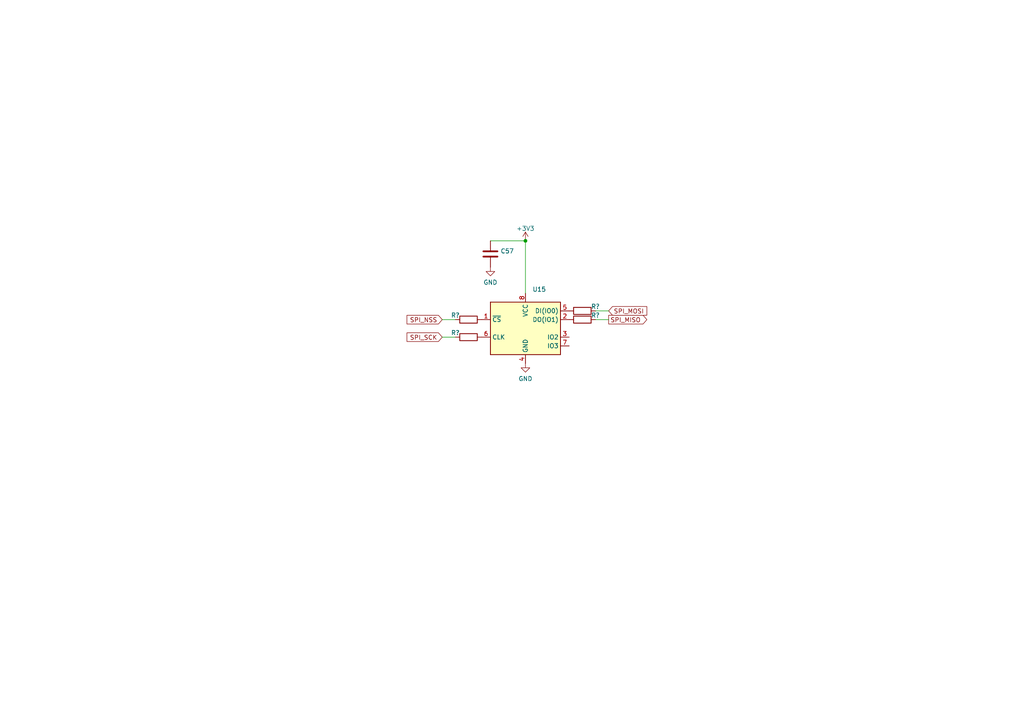
<source format=kicad_sch>
(kicad_sch (version 20211123) (generator eeschema)
  (paper "A4")
  (lib_symbols
    (symbol "Device:C" (pin_numbers hide) (pin_names (offset 0.254))
      (property "Reference" "C" (at 0.635 2.54 0))
      (property "Value" "C" (at 0.635 -2.54 0))
      (symbol "C_0_1"
        (polyline (pts (xy -2.032 -0.762) (xy 2.032 -0.762)) (stroke (width 0.508)))
        (polyline (pts (xy -2.032 0.762) (xy 2.032 0.762)) (stroke (width 0.508)))
      )
      (symbol "C_1_1"
        (pin passive line (at 0 3.81 270) (length 2.794) (name "~") (number "1"))
        (pin passive line (at 0 -3.81 90) (length 2.794) (name "~") (number "2"))
      )
    )
    (symbol "Device:R" (pin_numbers hide) (pin_names (offset 0))
      (property "Reference" "R" (at 2.032 0 90))
      (property "Value" "R" (at 0 0 90))
      (symbol "R_0_1"
        (rectangle (start -1.016 -2.54) (end 1.016 2.54) (stroke (width 0.254)))
      )
      (symbol "R_1_1"
        (pin passive line (at 0 3.81 270) (length 1.27) (name "~") (number "1"))
        (pin passive line (at 0 -3.81 90) (length 1.27) (name "~") (number "2"))
      )
    )
    (symbol "Memory_Flash:W25Q128JVS"
      (property "Reference" "U" (at -8.89 8.89 0))
      (property "Value" "W25Q128JVS" (at 7.62 8.89 0))
      (symbol "W25Q128JVS_0_1"
        (rectangle (start -10.16 7.62) (end 10.16 -7.62) (stroke (width 0.254)) (fill (type background)))
      )
      (symbol "W25Q128JVS_1_1"
        (pin input line (at -12.7 2.54 0) (length 2.54) (name "~{CS}") (number "1"))
        (pin bidirectional line (at 12.7 2.54 180) (length 2.54) (name "DO(IO1)") (number "2"))
        (pin bidirectional line (at 12.7 -2.54 180) (length 2.54) (name "IO2") (number "3"))
        (pin power_in line (at 0 -10.16 90) (length 2.54) (name "GND") (number "4"))
        (pin bidirectional line (at 12.7 5.08 180) (length 2.54) (name "DI(IO0)") (number "5"))
        (pin input line (at -12.7 -2.54 0) (length 2.54) (name "CLK") (number "6"))
        (pin bidirectional line (at 12.7 -5.08 180) (length 2.54) (name "IO3") (number "7"))
        (pin power_in line (at 0 10.16 270) (length 2.54) (name "VCC") (number "8"))
      )
    )
    (symbol "power:+3.3V" (power) (pin_names (offset 0))
      (property "Value" "+3.3V" (at 0 3.556 0))
      (symbol "+3.3V_0_1"
        (polyline (pts (xy -0.762 1.27) (xy 0 2.54)))
        (polyline (pts (xy 0 0) (xy 0 2.54)))
        (polyline (pts (xy 0 2.54) (xy 0.762 1.27)))
      )
      (symbol "+3.3V_1_1"
        (pin power_in line (at 0 0 90) (length 0) hide (name "+3V3") (number "1"))
      )
    )
    (symbol "power:GND" (power) (pin_names (offset 0))
      (property "Value" "GND" (at 0 -3.81 0))
      (symbol "GND_0_1"
        (polyline (pts (xy 0 0) (xy 0 -1.27) (xy 1.27 -1.27) (xy 0 -2.54) (xy -1.27 -1.27) (xy 0 -1.27)))
      )
      (symbol "GND_1_1"
        (pin power_in line (at 0 0 270) (length 0) hide (name "GND") (number "1"))
      )
    )
  )
  (junction (at 152.4 69.85))
  (wire (pts (xy 152.4 69.85) (xy 142.24 69.85)))
  (wire (pts (xy 128.27 92.71) (xy 132.08 92.71)))
  (wire (pts (xy 176.53 92.71) (xy 172.72 92.71)))
  (wire (pts (xy 128.27 97.79) (xy 132.08 97.79)))
  (wire (pts (xy 152.4 69.85) (xy 152.4 85.09)))
  (wire (pts (xy 176.53 90.17) (xy 172.72 90.17)))
  (global_label "SPI_MISO" (shape output) (at 176.53 92.71 0) (property "Intersheet References" "${INTERSHEET_REFS}" (effects hide)))
  (global_label "SPI_NSS" (shape input) (at 128.27 92.71 180) (property "Intersheet References" "${INTERSHEET_REFS}" (effects hide)))
  (global_label "SPI_SCK" (shape input) (at 128.27 97.79 180) (property "Intersheet References" "${INTERSHEET_REFS}" (effects hide)))
  (global_label "SPI_MOSI" (shape input) (at 176.53 90.17 0) (property "Intersheet References" "${INTERSHEET_REFS}" (effects hide)))
  (symbol (lib_id "Device:C") (at 142.24 73.66 0) (unit 1)
    (property "Reference" "C57" (at 145.161 72.8253 0) (effects (justify left)))
  )
  (symbol (lib_id "Device:R") (at 168.91 92.71 90) (unit 1)
    (property "Reference" "R?" (at 172.72 91.44 90))
  )
  (symbol (lib_id "power:GND") (at 142.24 77.47 0) (unit 1)
    (property "Reference" "#PWR0142" (effects hide))
  )
  (symbol (lib_id "power:+3.3V") (at 152.4 69.85 0) (unit 1)
    (property "Reference" "#PWR0141" (effects hide))
  )
  (symbol (lib_id "Device:R") (at 168.91 90.17 90) (unit 1)
    (property "Reference" "R?" (at 172.72 88.9 90))
  )
  (symbol (lib_id "Device:R") (at 135.89 92.71 90) (unit 1)
    (property "Reference" "R?" (at 132.08 91.44 90))
  )
  (symbol (lib_id "power:GND") (at 152.4 105.41 0) (unit 1)
    (property "Reference" "#PWR?" (effects hide))
    (property "Value" "~" (at 152.4 109.8534 0))
  )
  (symbol (lib_id "Device:R") (at 135.89 97.79 90) (unit 1)
    (property "Reference" "R?" (at 132.08 96.52 90))
  )
  (symbol (lib_id "Memory_Flash:W25Q128JVS") (at 152.4 95.25 0) (unit 1)
    (property "Reference" "U15" (at 154.4194 83.9302 0) (effects (justify left)))
    (property "Datasheet" "http://www.winbond.com/resource-files/w25q128jv_dtr%20revc%2003272018%20plus.pdf" (effects hide))
  )
)
</source>
